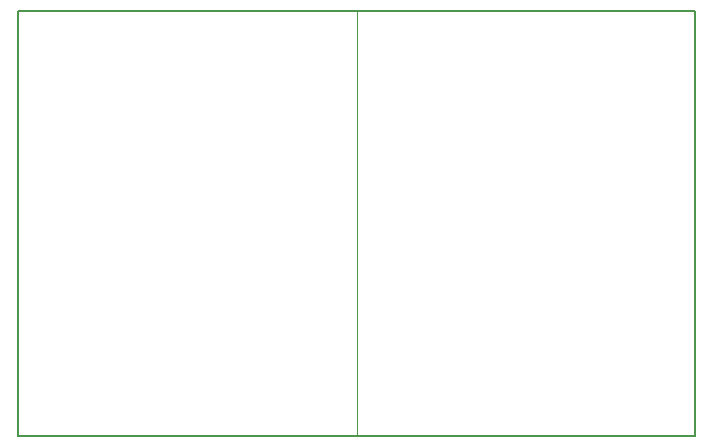
<source format=gm1>
G04*
G04 #@! TF.GenerationSoftware,Altium Limited,Altium Designer,21.9.2 (33)*
G04*
G04 Layer_Color=16711935*
%FSLAX25Y25*%
%MOIN*%
G70*
G04*
G04 #@! TF.SameCoordinates,F625CF21-14F9-4619-B10E-FD0BC141F2AC*
G04*
G04*
G04 #@! TF.FilePolarity,Positive*
G04*
G01*
G75*
%ADD12C,0.00600*%
%ADD78C,0.00089*%
D12*
X-95401Y-122365D02*
X130359D01*
Y19367D01*
X-95401D02*
X130359D01*
X-95401Y-122365D02*
Y19367D01*
D78*
X17479Y-122365D02*
Y19367D01*
X-95401Y-122365D02*
Y19367D01*
X130359D01*
Y-122365D02*
Y19367D01*
X-95401Y-122365D02*
X130359D01*
X-95401D02*
Y19367D01*
X130359D01*
Y-122365D02*
Y19367D01*
X-95401Y-122365D02*
X130359D01*
M02*

</source>
